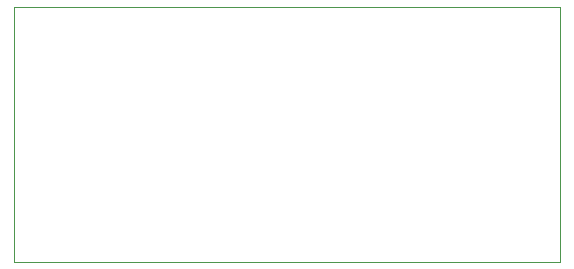
<source format=gbr>
%TF.GenerationSoftware,KiCad,Pcbnew,9.0.4*%
%TF.CreationDate,2025-09-26T16:48:27+03:00*%
%TF.ProjectId,voltage_reg,766f6c74-6167-4655-9f72-65672e6b6963,rev?*%
%TF.SameCoordinates,Original*%
%TF.FileFunction,Profile,NP*%
%FSLAX46Y46*%
G04 Gerber Fmt 4.6, Leading zero omitted, Abs format (unit mm)*
G04 Created by KiCad (PCBNEW 9.0.4) date 2025-09-26 16:48:27*
%MOMM*%
%LPD*%
G01*
G04 APERTURE LIST*
%TA.AperFunction,Profile*%
%ADD10C,0.050000*%
%TD*%
G04 APERTURE END LIST*
D10*
X129250000Y-92320000D02*
X175460000Y-92320000D01*
X175460000Y-113940000D01*
X129250000Y-113940000D01*
X129250000Y-92320000D01*
M02*

</source>
